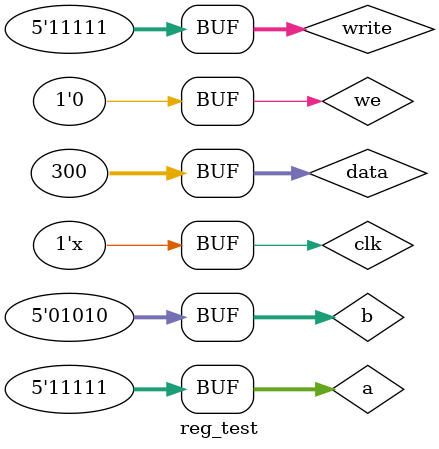
<source format=v>
`timescale 1ns / 1ps


module reg_test();
    reg clk = 0;
    reg [31: 0] data;
    reg we;
    reg [4: 0] write, a, b;
    wire [31: 0] resultA;
    wire [31: 0] resultB;

    always #10 clk = ~clk;
    Reg register(.clock(clk), .writeData(data), .writeEnable(we),
            .regWrite(write), .regA(a), .regB(b),
            .resultA(resultA), .resultB(resultB));

    initial begin

    data = 100;
    we = 0;
    write = 0;
    a = 0;
    b = 0;

    // try to write 100 to reg0
    #10 we = 1;
    #10 we = 0;

    // try to write 200 to reg10
    // and read value from reg10
    write = 10;
    a = 10;
    data = 200;
    #10 we = 1;
    #10 we = 0;

    // try to read value from reg31 and reg10
    #5 write = 31;
    data = 300;
    a = 31;
    b = 10;

    end
endmodule

</source>
